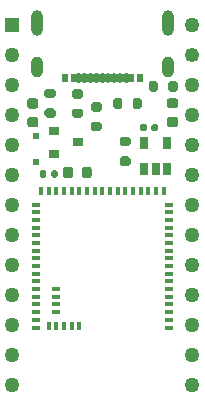
<source format=gts>
G04 #@! TF.GenerationSoftware,KiCad,Pcbnew,(5.1.10-1-10_14)*
G04 #@! TF.CreationDate,2021-09-18T19:46:59+09:00*
G04 #@! TF.ProjectId,nrfmicro,6e72666d-6963-4726-9f2e-6b696361645f,rev?*
G04 #@! TF.SameCoordinates,Original*
G04 #@! TF.FileFunction,Soldermask,Top*
G04 #@! TF.FilePolarity,Negative*
%FSLAX46Y46*%
G04 Gerber Fmt 4.6, Leading zero omitted, Abs format (unit mm)*
G04 Created by KiCad (PCBNEW (5.1.10-1-10_14)) date 2021-09-18 19:46:59*
%MOMM*%
%LPD*%
G01*
G04 APERTURE LIST*
%ADD10R,0.900000X0.800000*%
%ADD11R,0.500000X0.500000*%
%ADD12R,0.650000X1.060000*%
%ADD13R,0.800000X0.350000*%
%ADD14R,0.350000X0.800000*%
%ADD15R,0.300000X0.800000*%
%ADD16O,1.000000X2.200000*%
%ADD17O,1.000000X1.800000*%
%ADD18R,0.540000X0.800000*%
%ADD19R,1.270000X1.270000*%
%ADD20C,1.270000*%
%ADD21C,1.250000*%
%ADD22C,0.100000*%
G04 APERTURE END LIST*
G36*
G01*
X30273500Y-26937400D02*
X30273500Y-26387400D01*
G75*
G02*
X30473500Y-26187400I200000J0D01*
G01*
X30873500Y-26187400D01*
G75*
G02*
X31073500Y-26387400I0J-200000D01*
G01*
X31073500Y-26937400D01*
G75*
G02*
X30873500Y-27137400I-200000J0D01*
G01*
X30473500Y-27137400D01*
G75*
G02*
X30273500Y-26937400I0J200000D01*
G01*
G37*
G36*
G01*
X28623500Y-26937400D02*
X28623500Y-26387400D01*
G75*
G02*
X28823500Y-26187400I200000J0D01*
G01*
X29223500Y-26187400D01*
G75*
G02*
X29423500Y-26387400I0J-200000D01*
G01*
X29423500Y-26937400D01*
G75*
G02*
X29223500Y-27137400I-200000J0D01*
G01*
X28823500Y-27137400D01*
G75*
G02*
X28623500Y-26937400I0J200000D01*
G01*
G37*
G36*
G01*
X23570300Y-26214600D02*
X23020300Y-26214600D01*
G75*
G02*
X22820300Y-26014600I0J200000D01*
G01*
X22820300Y-25614600D01*
G75*
G02*
X23020300Y-25414600I200000J0D01*
G01*
X23570300Y-25414600D01*
G75*
G02*
X23770300Y-25614600I0J-200000D01*
G01*
X23770300Y-26014600D01*
G75*
G02*
X23570300Y-26214600I-200000J0D01*
G01*
G37*
G36*
G01*
X23570300Y-27864600D02*
X23020300Y-27864600D01*
G75*
G02*
X22820300Y-27664600I0J200000D01*
G01*
X22820300Y-27264600D01*
G75*
G02*
X23020300Y-27064600I200000J0D01*
G01*
X23570300Y-27064600D01*
G75*
G02*
X23770300Y-27264600I0J-200000D01*
G01*
X23770300Y-27664600D01*
G75*
G02*
X23570300Y-27864600I-200000J0D01*
G01*
G37*
G36*
G01*
X26934500Y-28202500D02*
X27484500Y-28202500D01*
G75*
G02*
X27684500Y-28402500I0J-200000D01*
G01*
X27684500Y-28802500D01*
G75*
G02*
X27484500Y-29002500I-200000J0D01*
G01*
X26934500Y-29002500D01*
G75*
G02*
X26734500Y-28802500I0J200000D01*
G01*
X26734500Y-28402500D01*
G75*
G02*
X26934500Y-28202500I200000J0D01*
G01*
G37*
G36*
G01*
X26934500Y-26552500D02*
X27484500Y-26552500D01*
G75*
G02*
X27684500Y-26752500I0J-200000D01*
G01*
X27684500Y-27152500D01*
G75*
G02*
X27484500Y-27352500I-200000J0D01*
G01*
X26934500Y-27352500D01*
G75*
G02*
X26734500Y-27152500I0J200000D01*
G01*
X26734500Y-26752500D01*
G75*
G02*
X26934500Y-26552500I200000J0D01*
G01*
G37*
G36*
G01*
X32441000Y-24929500D02*
X32441000Y-25479500D01*
G75*
G02*
X32241000Y-25679500I-200000J0D01*
G01*
X31841000Y-25679500D01*
G75*
G02*
X31641000Y-25479500I0J200000D01*
G01*
X31641000Y-24929500D01*
G75*
G02*
X31841000Y-24729500I200000J0D01*
G01*
X32241000Y-24729500D01*
G75*
G02*
X32441000Y-24929500I0J-200000D01*
G01*
G37*
G36*
G01*
X34091000Y-24929500D02*
X34091000Y-25479500D01*
G75*
G02*
X33891000Y-25679500I-200000J0D01*
G01*
X33491000Y-25679500D01*
G75*
G02*
X33291000Y-25479500I0J200000D01*
G01*
X33291000Y-24929500D01*
G75*
G02*
X33491000Y-24729500I200000J0D01*
G01*
X33891000Y-24729500D01*
G75*
G02*
X34091000Y-24929500I0J-200000D01*
G01*
G37*
G36*
G01*
X29375400Y-31138700D02*
X29925400Y-31138700D01*
G75*
G02*
X30125400Y-31338700I0J-200000D01*
G01*
X30125400Y-31738700D01*
G75*
G02*
X29925400Y-31938700I-200000J0D01*
G01*
X29375400Y-31938700D01*
G75*
G02*
X29175400Y-31738700I0J200000D01*
G01*
X29175400Y-31338700D01*
G75*
G02*
X29375400Y-31138700I200000J0D01*
G01*
G37*
G36*
G01*
X29375400Y-29488700D02*
X29925400Y-29488700D01*
G75*
G02*
X30125400Y-29688700I0J-200000D01*
G01*
X30125400Y-30088700D01*
G75*
G02*
X29925400Y-30288700I-200000J0D01*
G01*
X29375400Y-30288700D01*
G75*
G02*
X29175400Y-30088700I0J200000D01*
G01*
X29175400Y-29688700D01*
G75*
G02*
X29375400Y-29488700I200000J0D01*
G01*
G37*
G36*
G01*
X25886800Y-26232300D02*
X25336800Y-26232300D01*
G75*
G02*
X25136800Y-26032300I0J200000D01*
G01*
X25136800Y-25632300D01*
G75*
G02*
X25336800Y-25432300I200000J0D01*
G01*
X25886800Y-25432300D01*
G75*
G02*
X26086800Y-25632300I0J-200000D01*
G01*
X26086800Y-26032300D01*
G75*
G02*
X25886800Y-26232300I-200000J0D01*
G01*
G37*
G36*
G01*
X25886800Y-27882300D02*
X25336800Y-27882300D01*
G75*
G02*
X25136800Y-27682300I0J200000D01*
G01*
X25136800Y-27282300D01*
G75*
G02*
X25336800Y-27082300I200000J0D01*
G01*
X25886800Y-27082300D01*
G75*
G02*
X26086800Y-27282300I0J-200000D01*
G01*
X26086800Y-27682300D01*
G75*
G02*
X25886800Y-27882300I-200000J0D01*
G01*
G37*
G36*
G01*
X25954200Y-32750550D02*
X25954200Y-32238050D01*
G75*
G02*
X26172950Y-32019300I218750J0D01*
G01*
X26610450Y-32019300D01*
G75*
G02*
X26829200Y-32238050I0J-218750D01*
G01*
X26829200Y-32750550D01*
G75*
G02*
X26610450Y-32969300I-218750J0D01*
G01*
X26172950Y-32969300D01*
G75*
G02*
X25954200Y-32750550I0J218750D01*
G01*
G37*
G36*
G01*
X24379200Y-32750550D02*
X24379200Y-32238050D01*
G75*
G02*
X24597950Y-32019300I218750J0D01*
G01*
X25035450Y-32019300D01*
G75*
G02*
X25254200Y-32238050I0J-218750D01*
G01*
X25254200Y-32750550D01*
G75*
G02*
X25035450Y-32969300I-218750J0D01*
G01*
X24597950Y-32969300D01*
G75*
G02*
X24379200Y-32750550I0J218750D01*
G01*
G37*
D10*
X25656800Y-29939000D03*
X23656800Y-30889000D03*
X23656800Y-28989000D03*
D11*
X22096400Y-29423200D03*
X22096400Y-31623200D03*
D12*
X31273400Y-30027700D03*
X33173400Y-30027700D03*
X33173400Y-32227700D03*
X32223400Y-32227700D03*
X31273400Y-32227700D03*
G36*
G01*
X33402250Y-27774400D02*
X33914750Y-27774400D01*
G75*
G02*
X34133500Y-27993150I0J-218750D01*
G01*
X34133500Y-28430650D01*
G75*
G02*
X33914750Y-28649400I-218750J0D01*
G01*
X33402250Y-28649400D01*
G75*
G02*
X33183500Y-28430650I0J218750D01*
G01*
X33183500Y-27993150D01*
G75*
G02*
X33402250Y-27774400I218750J0D01*
G01*
G37*
G36*
G01*
X33402250Y-26199400D02*
X33914750Y-26199400D01*
G75*
G02*
X34133500Y-26418150I0J-218750D01*
G01*
X34133500Y-26855650D01*
G75*
G02*
X33914750Y-27074400I-218750J0D01*
G01*
X33402250Y-27074400D01*
G75*
G02*
X33183500Y-26855650I0J218750D01*
G01*
X33183500Y-26418150D01*
G75*
G02*
X33402250Y-26199400I218750J0D01*
G01*
G37*
G36*
G01*
X31872200Y-28869500D02*
X31872200Y-28529500D01*
G75*
G02*
X32012200Y-28389500I140000J0D01*
G01*
X32292200Y-28389500D01*
G75*
G02*
X32432200Y-28529500I0J-140000D01*
G01*
X32432200Y-28869500D01*
G75*
G02*
X32292200Y-29009500I-140000J0D01*
G01*
X32012200Y-29009500D01*
G75*
G02*
X31872200Y-28869500I0J140000D01*
G01*
G37*
G36*
G01*
X30912200Y-28869500D02*
X30912200Y-28529500D01*
G75*
G02*
X31052200Y-28389500I140000J0D01*
G01*
X31332200Y-28389500D01*
G75*
G02*
X31472200Y-28529500I0J-140000D01*
G01*
X31472200Y-28869500D01*
G75*
G02*
X31332200Y-29009500I-140000J0D01*
G01*
X31052200Y-29009500D01*
G75*
G02*
X30912200Y-28869500I0J140000D01*
G01*
G37*
G36*
G01*
X23383600Y-32798900D02*
X23383600Y-32458900D01*
G75*
G02*
X23523600Y-32318900I140000J0D01*
G01*
X23803600Y-32318900D01*
G75*
G02*
X23943600Y-32458900I0J-140000D01*
G01*
X23943600Y-32798900D01*
G75*
G02*
X23803600Y-32938900I-140000J0D01*
G01*
X23523600Y-32938900D01*
G75*
G02*
X23383600Y-32798900I0J140000D01*
G01*
G37*
G36*
G01*
X22423600Y-32798900D02*
X22423600Y-32458900D01*
G75*
G02*
X22563600Y-32318900I140000J0D01*
G01*
X22843600Y-32318900D01*
G75*
G02*
X22983600Y-32458900I0J-140000D01*
G01*
X22983600Y-32798900D01*
G75*
G02*
X22843600Y-32938900I-140000J0D01*
G01*
X22563600Y-32938900D01*
G75*
G02*
X22423600Y-32798900I0J140000D01*
G01*
G37*
D13*
X33320000Y-45619600D03*
X33320000Y-44969600D03*
X33320000Y-44319600D03*
X33320000Y-43669600D03*
X33320000Y-43019600D03*
X33320000Y-42369600D03*
X33320000Y-41719600D03*
X33320000Y-41069600D03*
X33320000Y-40419600D03*
X33320000Y-39769600D03*
X33320000Y-39119600D03*
X33320000Y-38469600D03*
X33320000Y-37819600D03*
X33320000Y-37169600D03*
X33320000Y-36519600D03*
X33320000Y-35869600D03*
X33320000Y-35219600D03*
X22120000Y-35219600D03*
X22120000Y-35869600D03*
X22120000Y-36519600D03*
X22120000Y-37169600D03*
X22120000Y-37819600D03*
X22120000Y-38469600D03*
X22120000Y-39119600D03*
X22120000Y-39769600D03*
X22120000Y-40419600D03*
X22120000Y-41069600D03*
X22120000Y-41719600D03*
X22120000Y-42369600D03*
X22120000Y-43019600D03*
X22120000Y-43669600D03*
X22120000Y-44319600D03*
X22120000Y-44969600D03*
X22120000Y-45619600D03*
D14*
X32920000Y-34019600D03*
X32270000Y-34019600D03*
X31620000Y-34019600D03*
X30970000Y-34019600D03*
X30320000Y-34019600D03*
X29670000Y-34019600D03*
X29020000Y-34019600D03*
X28370000Y-34019600D03*
X27720000Y-34019600D03*
X27070000Y-34019600D03*
X26420000Y-34019600D03*
X25770000Y-34019600D03*
X25120000Y-34019600D03*
X24470000Y-34019600D03*
X23820000Y-34019600D03*
X23170000Y-34019600D03*
X22520000Y-34019600D03*
D13*
X23820000Y-44319600D03*
X23820000Y-43669600D03*
X23820000Y-43019600D03*
X23820000Y-42369600D03*
D14*
X23170000Y-45519600D03*
X23820000Y-45519600D03*
X24470000Y-45519600D03*
X25120000Y-45519600D03*
X25770000Y-45519600D03*
D15*
X29479600Y-24500000D03*
X26471600Y-24500000D03*
D16*
X22146300Y-19800000D03*
X33296900Y-19800000D03*
D17*
X33297200Y-23600000D03*
X22146300Y-23600000D03*
D18*
X24521600Y-24500000D03*
X30921600Y-24500000D03*
X30121600Y-24500000D03*
X25321600Y-24500000D03*
D15*
X26971600Y-24500000D03*
X28471600Y-24500000D03*
X27471600Y-24500000D03*
X27971600Y-24500000D03*
X28971600Y-24500000D03*
X25971600Y-24500000D03*
G36*
G01*
X21578550Y-27792200D02*
X22091050Y-27792200D01*
G75*
G02*
X22309800Y-28010950I0J-218750D01*
G01*
X22309800Y-28448450D01*
G75*
G02*
X22091050Y-28667200I-218750J0D01*
G01*
X21578550Y-28667200D01*
G75*
G02*
X21359800Y-28448450I0J218750D01*
G01*
X21359800Y-28010950D01*
G75*
G02*
X21578550Y-27792200I218750J0D01*
G01*
G37*
G36*
G01*
X21578550Y-26217200D02*
X22091050Y-26217200D01*
G75*
G02*
X22309800Y-26435950I0J-218750D01*
G01*
X22309800Y-26873450D01*
G75*
G02*
X22091050Y-27092200I-218750J0D01*
G01*
X21578550Y-27092200D01*
G75*
G02*
X21359800Y-26873450I0J218750D01*
G01*
X21359800Y-26435950D01*
G75*
G02*
X21578550Y-26217200I218750J0D01*
G01*
G37*
D19*
X20101600Y-20000000D03*
D20*
X35341600Y-20000000D03*
D21*
X35341600Y-22540000D03*
D20*
X35341600Y-25080000D03*
X35341600Y-27620000D03*
X35341600Y-30160000D03*
X35341600Y-32700000D03*
X35341600Y-35240000D03*
X35341600Y-37780000D03*
X35341600Y-40320000D03*
X35341600Y-42860000D03*
X35341600Y-45400000D03*
X35341600Y-47940000D03*
X35341600Y-50480000D03*
X20101600Y-50480000D03*
X20101600Y-47940000D03*
X20101600Y-45400000D03*
X20101600Y-42860000D03*
X20101600Y-40320000D03*
X20101600Y-37780000D03*
X20101600Y-35240000D03*
X20101600Y-32700000D03*
X20101600Y-30160000D03*
X20101600Y-27620000D03*
X20101600Y-25080000D03*
X20101600Y-22540000D03*
D22*
G36*
X25823332Y-24099000D02*
G01*
X25823600Y-24100000D01*
X25823600Y-24900000D01*
X25822600Y-24901732D01*
X25821600Y-24902000D01*
X25591600Y-24902000D01*
X25589868Y-24901000D01*
X25589600Y-24900000D01*
X25589600Y-24100000D01*
X25590600Y-24098268D01*
X25591600Y-24098000D01*
X25821600Y-24098000D01*
X25823332Y-24099000D01*
G37*
G36*
X26323332Y-24099000D02*
G01*
X26323600Y-24100000D01*
X26323600Y-24900000D01*
X26322600Y-24901732D01*
X26321600Y-24902000D01*
X26121600Y-24902000D01*
X26119868Y-24901000D01*
X26119600Y-24900000D01*
X26119600Y-24100000D01*
X26120600Y-24098268D01*
X26121600Y-24098000D01*
X26321600Y-24098000D01*
X26323332Y-24099000D01*
G37*
G36*
X26823332Y-24099000D02*
G01*
X26823600Y-24100000D01*
X26823600Y-24900000D01*
X26822600Y-24901732D01*
X26821600Y-24902000D01*
X26621600Y-24902000D01*
X26619868Y-24901000D01*
X26619600Y-24900000D01*
X26619600Y-24100000D01*
X26620600Y-24098268D01*
X26621600Y-24098000D01*
X26821600Y-24098000D01*
X26823332Y-24099000D01*
G37*
G36*
X27323332Y-24099000D02*
G01*
X27323600Y-24100000D01*
X27323600Y-24900000D01*
X27322600Y-24901732D01*
X27321600Y-24902000D01*
X27121600Y-24902000D01*
X27119868Y-24901000D01*
X27119600Y-24900000D01*
X27119600Y-24100000D01*
X27120600Y-24098268D01*
X27121600Y-24098000D01*
X27321600Y-24098000D01*
X27323332Y-24099000D01*
G37*
G36*
X27823332Y-24099000D02*
G01*
X27823600Y-24100000D01*
X27823600Y-24900000D01*
X27822600Y-24901732D01*
X27821600Y-24902000D01*
X27621600Y-24902000D01*
X27619868Y-24901000D01*
X27619600Y-24900000D01*
X27619600Y-24100000D01*
X27620600Y-24098268D01*
X27621600Y-24098000D01*
X27821600Y-24098000D01*
X27823332Y-24099000D01*
G37*
G36*
X28323332Y-24099000D02*
G01*
X28323600Y-24100000D01*
X28323600Y-24900000D01*
X28322600Y-24901732D01*
X28321600Y-24902000D01*
X28121600Y-24902000D01*
X28119868Y-24901000D01*
X28119600Y-24900000D01*
X28119600Y-24100000D01*
X28120600Y-24098268D01*
X28121600Y-24098000D01*
X28321600Y-24098000D01*
X28323332Y-24099000D01*
G37*
G36*
X28823332Y-24099000D02*
G01*
X28823600Y-24100000D01*
X28823600Y-24900000D01*
X28822600Y-24901732D01*
X28821600Y-24902000D01*
X28621600Y-24902000D01*
X28619868Y-24901000D01*
X28619600Y-24900000D01*
X28619600Y-24100000D01*
X28620600Y-24098268D01*
X28621600Y-24098000D01*
X28821600Y-24098000D01*
X28823332Y-24099000D01*
G37*
G36*
X29331332Y-24099000D02*
G01*
X29331600Y-24100000D01*
X29331600Y-24900000D01*
X29330600Y-24901732D01*
X29329600Y-24902000D01*
X29121600Y-24902000D01*
X29119868Y-24901000D01*
X29119600Y-24900000D01*
X29119600Y-24100000D01*
X29120600Y-24098268D01*
X29121600Y-24098000D01*
X29329600Y-24098000D01*
X29331332Y-24099000D01*
G37*
G36*
X29853332Y-24099000D02*
G01*
X29853600Y-24100000D01*
X29853600Y-24900000D01*
X29852600Y-24901732D01*
X29851600Y-24902000D01*
X29629600Y-24902000D01*
X29627868Y-24901000D01*
X29627600Y-24900000D01*
X29627600Y-24100000D01*
X29628600Y-24098268D01*
X29629600Y-24098000D01*
X29851600Y-24098000D01*
X29853332Y-24099000D01*
G37*
M02*

</source>
